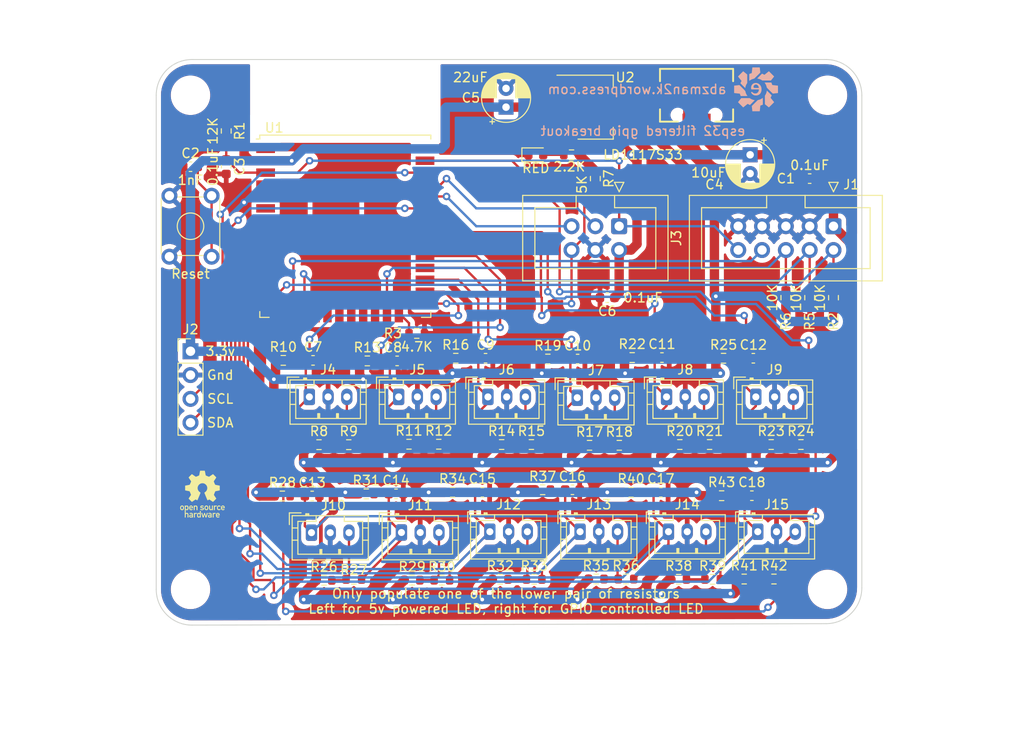
<source format=kicad_pcb>
(kicad_pcb (version 20211014) (generator pcbnew)
  (layers (0 "F.Cu" signal) (31 "B.Cu" signal) (34 "B.Paste" user) (35 "F.Paste" user) (36 "B.SilkS" user "B.Silkscreen") (37 "F.SilkS" user "F.Silkscreen") (38 "B.Mask" user) (39 "F.Mask" user) (44 "Edge.Cuts" user))
  (net 0 "")
  (net 1 "+5V")
  (net 2 "GND")
  (net 3 "/ESP_EN")
  (net 4 "+3V3")
  (net 5 "/ESP_IO4")
  (net 6 "/ESP_IO5")
  (net 7 "/ESP_IO16")
  (net 8 "/ESP_IO17")
  (net 9 "/ESP_IO18")
  (net 10 "/ESP_IO19")
  (net 11 "/ESP_IO23")
  (net 12 "/ESP_IO25")
  (net 13 "/ESP_IO26")
  (net 14 "/ESP_IO27")
  (net 15 "/ESP_IO32")
  (net 16 "/ESP_IO33")
  (net 17 "Net-(D1-Pad2)")
  (net 18 "/ESP_IO14")
  (net 19 "/ESP_IO13")
  (net 20 "/ESP_IO15")
  (net 21 "/ESP_IO12")
  (net 22 "/ESP_IO22")
  (net 23 "/ESP_IO21")
  (net 24 "/ESP_IO1")
  (net 25 "/ESP_IO3")
  (net 26 "/ESP_IO0")
  (net 27 "Net-(J4-Pad3)")
  (net 28 "Net-(J5-Pad3)")
  (net 29 "Net-(J6-Pad3)")
  (net 30 "Net-(J7-Pad3)")
  (net 31 "Net-(J8-Pad3)")
  (net 32 "Net-(J9-Pad3)")
  (net 33 "Net-(J10-Pad3)")
  (net 34 "Net-(J11-Pad3)")
  (net 35 "Net-(J12-Pad3)")
  (net 36 "Net-(J13-Pad3)")
  (net 37 "Net-(J14-Pad3)")
  (net 38 "Net-(J15-Pad3)")
  (net 39 "/ESP_IO2")
  (net 40 "/ESP_IO36")
  (net 41 "/ESP_IO39")
  (net 42 "/ESP_IO34")
  (net 43 "/ESP_IO35")
  (footprint "MountingHole:MountingHole_3.2mm_M3" (layer "F.Cu") (at 2.54 0)
    (fp_text reference "REF**" hide)
    (fp_text value "MountingHole_3.2mm_M3")
  )
  (footprint "Capacitor_THT:CP_Radial_D5.0mm_P2.00mm" (layer "F.Cu") (at 62.23 6.35 -90)
    (fp_text reference "C4")
    (fp_text value "10uF")
  )
  (footprint "Evan's misc parts:OSHW gear" (layer "F.Cu") (at 3.81 42.545)
    (fp_text reference "G***" hide)
    (fp_text value "LOGO" hide)
  )
  (footprint "Capacitor_SMD:C_0603_1608Metric" (layer "F.Cu") (at 46.99 21.59 180)
    (fp_text reference "C6")
    (fp_text value "0.1uF")
  )
  (footprint "Resistor_SMD:R_0603_1608Metric" (layer "F.Cu") (at 19.959 51.632)
    (fp_text reference "R27")
    (fp_text value "Rgpio")
  )
  (footprint "Capacitor_SMD:C_0603_1608Metric" (layer "F.Cu") (at 52.705 42.356)
    (fp_text reference "C17")
    (fp_text value "Cfilter")
  )
  (footprint "Resistor_SMD:R_0603_1608Metric" (layer "F.Cu") (at 49.53 42.356)
    (fp_text reference "R40")
    (fp_text value "Rfilter")
  )
  (footprint "Resistor_SMD:R_0603_1608Metric" (layer "F.Cu") (at 67.65 37.253)
    (fp_text reference "R24")
    (fp_text value "Rgpio")
  )
  (footprint "Connector_JST:JST_PH_B3B-PH-K_1x03_P2.00mm_Vertical" (layer "F.Cu") (at 34.264 32.173)
    (fp_text reference "J6")
    (fp_text value "Conn_01x03")
  )
  (footprint "Resistor_SMD:R_0603_1608Metric" (layer "F.Cu") (at 29.02 37.222)
    (fp_text reference "R12")
    (fp_text value "Rgpio")
  )
  (footprint "Resistor_SMD:R_0603_1608Metric" (layer "F.Cu") (at 39.195 51.632)
    (fp_text reference "R33")
    (fp_text value "Rgpio")
  )
  (footprint "Capacitor_SMD:C_0603_1608Metric" (layer "F.Cu") (at 43.83 28.137)
    (fp_text reference "C10")
    (fp_text value "Cfilter")
  )
  (footprint "Resistor_SMD:R_0603_1608Metric" (layer "F.Cu") (at 21.285 42.516)
    (fp_text reference "R31")
    (fp_text value "Rfilter")
  )
  (footprint "Resistor_SMD:R_0603_1608Metric" (layer "F.Cu") (at 49.65 27.977)
    (fp_text reference "R22")
    (fp_text value "Rfilter")
  )
  (footprint "Button_Switch_THT:SW_TH_Tactile_Omron_B3F-10xx" (layer "F.Cu") (at 0.29 17.22 90)
    (fp_text reference "SW1" hide)
    (fp_text value "SW_MEC_5E")
  )
  (footprint "Connector_PinHeader_2.54mm:PinHeader_1x04_P2.54mm_Vertical" (layer "F.Cu") (at 2.54 27.305)
    (fp_text reference "J2")
    (fp_text value "bme280")
  )
  (footprint "Resistor_SMD:R_0603_1608Metric" (layer "F.Cu") (at 57.905 37.253)
    (fp_text reference "R21")
    (fp_text value "Rgpio")
  )
  (footprint "Resistor_SMD:R_0603_1608Metric" (layer "F.Cu") (at 25.845 37.222)
    (fp_text reference "R11")
    (fp_text value "R5v")
  )
  (footprint "Resistor_SMD:R_0603_1608Metric" (layer "F.Cu") (at 30.835 28.052)
    (fp_text reference "R16")
    (fp_text value "Rfilter")
  )
  (footprint "Resistor_SMD:R_0603_1608Metric" (layer "F.Cu") (at 71.12 21.59 -90)
    (fp_text reference "R2")
    (fp_text value "10K")
  )
  (footprint "Capacitor_SMD:C_0603_1608Metric" (layer "F.Cu") (at 24.46 42.516)
    (fp_text reference "C14")
    (fp_text value "Cfilter")
  )
  (footprint "Capacitor_SMD:C_0603_1608Metric" (layer "F.Cu") (at 2.54 7.62)
    (fp_text reference "C2")
    (fp_text value "1nF")
  )
  (footprint "Resistor_SMD:R_0603_1608Metric" (layer "F.Cu") (at 29.35 51.717)
    (fp_text reference "R30")
    (fp_text value "Rgpio")
  )
  (footprint "Resistor_SMD:R_0603_1608Metric" (layer "F.Cu") (at 21.4 28.332)
    (fp_text reference "R13")
    (fp_text value "Rfilter")
  )
  (footprint "LED_SMD:LED_0603_1608Metric" (layer "F.Cu") (at 39.37 6.35)
    (fp_text reference "D1" hide)
    (fp_text value "RED")
  )
  (footprint "Resistor_SMD:R_0603_1608Metric" (layer "F.Cu") (at 16.784 51.733)
    (fp_text reference "R26")
    (fp_text value "R5v")
  )
  (footprint "Resistor_SMD:R_0603_1608Metric" (layer "F.Cu") (at 45.1 37.338)
    (fp_text reference "R17")
    (fp_text value "R5v")
  )
  (footprint "Connector_JST:JST_PH_B3B-PH-K_1x03_P2.00mm_Vertical" (layer "F.Cu") (at 44.089 46.552)
    (fp_text reference "J13")
    (fp_text value "Conn_01x03")
  )
  (footprint "Resistor_SMD:R_0603_1608Metric" (layer "F.Cu") (at 35.575 51.632)
    (fp_text reference "R32")
    (fp_text value "R5v")
  )
  (footprint "Connector_JST:JST_PH_B3B-PH-K_1x03_P2.00mm_Vertical" (layer "F.Cu") (at 15.214 32.173)
    (fp_text reference "J4")
    (fp_text value "Conn_01x03")
  )
  (footprint "Capacitor_SMD:C_0603_1608Metric" (layer "F.Cu") (at 62.57 28.052)
    (fp_text reference "C12")
    (fp_text value "Cfilter")
  )
  (footprint "Resistor_SMD:R_0603_1608Metric" (layer "F.Cu") (at 54.73 37.253)
    (fp_text reference "R20")
    (fp_text value "R5v")
  )
  (footprint "Connector_JST:JST_PH_B3B-PH-K_1x03_P2.00mm_Vertical" (layer "F.Cu") (at 53.314 32.173)
    (fp_text reference "J8")
    (fp_text value "Conn_01x03")
  )
  (footprint "Resistor_SMD:R_0603_1608Metric" (layer "F.Cu") (at 64.77 51.601)
    (fp_text reference "R42")
    (fp_text value "Rgpio")
  )
  (footprint "Connector_JST:JST_PH_B3B-PH-K_1x03_P2.00mm_Vertical" (layer "F.Cu") (at 15.443 46.653)
    (fp_text reference "J10")
    (fp_text value "Conn_01x03")
  )
  (footprint "Resistor_SMD:R_0603_1608Metric" (layer "F.Cu") (at 54.61 51.632)
    (fp_text reference "R38")
    (fp_text value "R5v")
  )
  (footprint "Capacitor_SMD:C_0603_1608Metric" (layer "F.Cu") (at 15.61 28.278)
    (fp_text reference "C7")
    (fp_text value "Cfilter")
  )
  (footprint "Capacitor_THT:CP_Radial_D5.0mm_P2.00mm" (layer "F.Cu") (at 36.195 1.27 90)
    (fp_text reference "C5")
    (fp_text value "22uF")
  )
  (footprint "Package_TO_SOT_SMD:SOT-223-3_TabPin2" (layer "F.Cu") (at 45.72 1.27)
    (fp_text reference "U2")
    (fp_text value "LD1117S33TR_SOT223")
  )
  (footprint "Resistor_SMD:R_0603_1608Metric" (layer "F.Cu") (at 26.67 25.4)
    (fp_text reference "R3")
    (fp_text value "4.7K")
  )
  (footprint "Resistor_SMD:R_0603_1608Metric" (layer "F.Cu") (at 40.655 28.137)
    (fp_text reference "R19")
    (fp_text value "Rfilter")
  )
  (footprint "Resistor_SMD:R_0603_1608Metric" (layer "F.Cu") (at 58.23 51.632)
    (fp_text reference "R39")
    (fp_text value "Rgpio")
  )
  (footprint "Resistor_SMD:R_0603_1608Metric" (layer "F.Cu") (at 35.725 37.253)
    (fp_text reference "R14")
    (fp_text value "R5v")
  )
  (footprint "Capacitor_SMD:C_0603_1608Metric" (layer "F.Cu") (at 43.275 42.076)
    (fp_text reference "C16")
    (fp_text value "Cfilter")
  )
  (footprint "Connector_JST:JST_PH_B3B-PH-K_1x03_P2.00mm_Vertical" (layer "F.Cu") (at 63.044 46.552)
    (fp_text reference "J15")
    (fp_text value "Conn_01x03")
  )
  (footprint "Resistor_SMD:R_0603_1608Metric" (layer "F.Cu") (at 30.495 42.356)
    (fp_text reference "R34")
    (fp_text value "Rfilter")
  )
  (footprint "Capacitor_SMD:C_0603_1608Metric" (layer "F.Cu") (at 15.514 42.742)
    (fp_text reference "C13")
    (fp_text value "Cfilter")
  )
  (footprint "Resistor_SMD:R_0603_1608Metric" (layer "F.Cu") (at 59.395 28.052)
    (fp_text reference "R25")
    (fp_text value "Rfilter")
  )
  (footprint "Resistor_SMD:R_0603_1608Metric" (layer "F.Cu") (at 61.595 51.601)
    (fp_text reference "R41")
    (fp_text value "R5v")
  )
  (footprint "Resistor_SMD:R_0603_1608Metric" (layer "F.Cu") (at 66.04 21.59 -90)
    (fp_text reference "R6")
    (fp_text value "10K")
  )
  (footprint "Resistor_SMD:R_0603_1608Metric" (layer "F.Cu") (at 38.9 37.253)
    (fp_text reference "R15")
    (fp_text value "Rgpio")
  )
  (footprint "Capacitor_SMD:C_0603_1608Metric" (layer "F.Cu") (at 34.01 28.052)
    (fp_text reference "C9")
    (fp_text value "Cfilter")
  )
  (footprint "MountingHole:MountingHole_3.2mm_M3" (layer "F.Cu") (at 70.485 0)
    (fp_text reference "REF**" hide)
    (fp_text value "MountingHole_3.2mm_M3")
  )
  (footprint "Resistor_SMD:R_0603_1608Metric" (layer "F.Cu") (at 45.815 51.601)
    (fp_text reference "R35")
    (fp_text value "R5v")
  )
  (footprint "RF_Module:ESP32-WROOM-32U" (layer "F.Cu") (at 19.05 13.97)
    (fp_text reference "U1")
    (fp_text value "ESP32-WROOM-32U")
  )
  (footprint "Resistor_SMD:R_0603_1608Metric" (layer "F.Cu") (at 12.339 42.742)
    (fp_text reference "R28")
    (fp_text value "Rfilter")
  )
  (footprint "Resistor_SMD:R_0603_1608Metric" (layer "F.Cu") (at 16.245 37.269)
    (fp_text reference "R8")
    (fp_text value "R5v")
  )
  (footprint "Capacitor_SMD:C_0603_1608Metric" (layer "F.Cu") (at 24.575 28.332)
    (fp_text reference "C8")
    (fp_text value "Cfilter")
  )
  (footprint "Capacitor_SMD:C_0603_1608Metric" (layer "F.Cu") (at 62.415 42.711)
    (fp_text reference "C18")
    (fp_text value "Cfilter")
  )
  (footprint "Resistor_SMD:R_0603_1608Metric" (layer "F.Cu") (at 48.99 51.601)
    (fp_text reference "R36")
    (fp_text value "Rgpio")
  )
  (footprint "Connector_JST:JST_PH_B3B-PH-K_1x03_P2.00mm_Vertical" (layer "F.Cu") (at 53.519 46.552)
    (fp_text reference "J14")
    (fp_text value "Conn_01x03")
  )
  (footprint "MountingHole:MountingHole_3.2mm_M3" (layer "F.Cu") (at 70.485 52.705)
    (fp_text reference "REF**" hide)
    (fp_text value "MountingHole_3.2mm_M3")
  )
  (footprint "Connector_JST:JST_PH_B3B-PH-K_1x03_P2.00mm_Vertical" (layer "F.Cu") (at 24.739 32.173)
    (fp_text reference "J5")
    (fp_text value "Conn_01x03")
  )
  (footprint "Resistor_SMD:R_0603_1608Metric" (layer "F.Cu") (at 19.42 37.269)
    (fp_text reference "R9")
    (fp_text value "Rgpio")
  )
  (footprint "Connector_JST:JST_PH_B3B-PH-K_1x03_P2.00mm_Vertical" (layer "F.Cu") (at 25.039 46.637)
    (fp_text reference "J11")
    (fp_text value "Conn_01x03")
  )
  (footprint "Resistor_SMD:R_0603_1608Metric" (layer "F.Cu") (at 59.19 42.711)
    (fp_text reference "R43")
    (fp_text value "Rfilter")
  )
  (footprint "Connector_IDC:IDC-Header_2x03_P2.54mm_Vertical" (layer "F.Cu") (at 48.26 13.97 -90)
    (fp_text reference "J3")
    (fp_text value "Conn_02x03_Odd_Even")
  )
  (footprint "Resistor_SMD:R_0603_1608Metric" (layer "F.Cu") (at 43.18 6.35 180)
    (fp_text reference "R4" hide)
    (fp_text value "2.2K")
  )
  (footprint "Resistor_SMD:R_0603_1608Metric" (layer "F.Cu") (at 45.72 8.89 -90)
    (fp_text reference "R7")
    (fp_text value "5K")
  )
  (footprint "Connector_IDC:IDC-Header_2x05_P2.54mm_Vertical" (layer "F.Cu") (at 71.12 13.97 -90)
    (fp_text reference "J1")
    (fp_text value "Conn_02x05_Odd_Even")
  )
  (footprint "Resistor_SMD:R_0603_1608Metric" (layer "F.Cu") (at 48.275 37.338)
    (fp_text reference "R18")
    (fp_text value "Rgpio")
  )
  (footprint "Capacitor_SMD:C_0603_1608Metric" (layer "F.Cu") (at 33.67 42.356)
    (fp_text reference "C15")
    (fp_text value "Cfilter")
  )
  (footprint "MountingHole:MountingHole_3.2mm_M3" (layer "F.Cu") (at 2.54 52.705)
    (fp_text reference "REF**" hide)
    (fp_text value "MountingHole_3.2mm_M3")
  )
  (footprint "Resistor_SMD:R_0603_1608Metric" (layer "F.Cu") (at 6.35 3.81 -90)
    (fp_text reference "R1")
    (fp_text value "12K")
  )
  (footprint "Capacitor_SMD:C_0603_1608Metric" (layer "F.Cu") (at 52.825 27.977)
    (fp_text reference "C11")
    (fp_text value "Cfilter")
  )
  (footprint "Connector_JST:JST_PH_B3B-PH-K_1x03_P2.00mm_Vertical" (layer "F.Cu") (at 43.789 32.258)
    (fp_text reference "J7")
    (fp_text value "Conn_01x03")
  )
  (footprint "Connector_JST:JST_PH_B3B-PH-K_1x03_P2.00mm_Vertical" (layer "F.Cu") (at 34.469 46.552)
    (fp_text reference "J12")
    (fp_text value "Conn_01x03")
  )
  (footprint "Resistor_SMD:R_0603_1608Metric" (layer "F.Cu") (at 40.1 42.076)
    (fp_text reference "R37")
    (fp_text value "Rfilter")
  )
  (footprint "Connector_JST:JST_PH_B3B-PH-K_1x03_P2.00mm_Vertical" (layer "F.Cu") (at 62.839 32.173)
    (fp_text reference "J9")
    (fp_text value "Conn_01x03")
  )
  (footprint "Resistor_SMD:R_0603_1608Metric" (layer "F.Cu") (at 12.435 28.278)
    (fp_text reference "R10")
    (fp_text value "Rfilter")
  )
  (footprint "Resistor_SMD:R_0603_1608Metric" (layer "F.Cu") (at 26.175 51.717)
    (fp_text reference "R29")
    (fp_text value "R5v")
  )
  (footprint "Evan's misc parts:UJ2MIBHGSMTTR" (layer "F.Cu") (at 56.515 0 180)
    (fp_text reference "J16" hide)
    (fp_text value "UJ2-MIBH-G-SMT-TR" hide)
  )
  (footprint "Capacitor_SMD:C_0603_1608Metric" (layer "F.Cu") (at 6.35 7.62 -90)
    (fp_text reference "C3")
    (fp_text value "0.1uF")
  )
  (footprint "Capacitor_SMD:C_0603_1608Metric" (layer "F.Cu") (at 68.58 8.89 180)
    (fp_text reference "C1")
    (fp_text value "0.1uF")
  )
  (footprint "Resistor_SMD:R_0603_1608Metric" (layer "F.Cu") (at 68.58 21.59 -90)
    (fp_text reference "R5")
    (fp_text value "10K")
  )
  (footprint "Resistor_SMD:R_0603_1608Metric" (layer "F.Cu") (at 64.475 37.253)
    (fp_text reference "R23")
    (fp_text value "R5v")
  )
  (footprint "Evan's misc parts:Evan Logo" (layer "B.Cu") (at 62.865 -0.635 180)
    (fp_text reference "G***" hide)
    (fp_text value "LOGO" hide)
  )
  (gr_arc (start 70.330923 -3.81) (mid 73.025 -2.694077) (end 74.140923 0) (layer "Edge.Cuts") (width 0.1))
  (gr_arc (start -1.115923 0) (mid 0 -2.694077) (end 2.694077 -3.81) (layer "Edge.Cuts") (width 0.1))
  (gr_line (start 70.330923 56.360923) (end 2.694077 56.515) (layer "Edge.Cuts") (width 0.1))
  (gr_arc (start 74.140923 52.550923) (mid 73.025 55.245) (end 70.330923 56.360923) (layer "Edge.Cuts") (width 0.1))
  (gr_line (start -1.115923 52.705) (end -1.115923 0) (layer "Edge.Cuts") (width 0.1))
  (gr_line (start 2.694077 -3.81) (end 70.330923 -3.81) (layer "Edge.Cuts") (width 0.1))
  (gr_line (start 74.140923 52.550923) (end 74.140923 0) (layer "Edge.Cuts") (width 0.1))
  (gr_arc (start 2.694077 56.515) (mid 0 55.399077) (end -1.115923 52.705) (layer "Edge.Cuts") (width 0.1))
  (gr_text "abzman2k.wordpress.com" (at 50.165 -0.635) (layer "B.SilkS") (effects (font (size 1 1)) (justify mirror)))
  (gr_text "esp32 filtered gpio breakout" (at 50.8 3.81) (layer "B.SilkS") (effects (font (size 1 1)) (justify mirror)))
  (gr_text "Reset" (at 2.54 19.05) (layer "F.SilkS") (effects (font (size 1 1))))
  (gr_text "SCL" (at 5.715 32.385) (layer "F.SilkS") (effects (font (size 1 1))))
  (gr_text "Gnd" (at 5.715 29.845) (layer "F.SilkS") (effects (font (size 1 1))))
  (gr_text "LD1117S33" (at 50.8 6.35) (layer "F.SilkS") (effects (font (size 1 1))))
  (gr_text "Only populate one of the lower pair of resistors\nLeft for 5v powered LED, right for GPIO controlled LED" (at 36.195 53.975) (layer "F.SilkS") (effects (font (size 1 1))))
  (gr_text "SDA" (at 5.715 34.925) (layer "F.SilkS") (effects (font (size 1 1))))
  (gr_text "3.3v" (at 5.715 27.305) (layer "F.SilkS") (effects (font (size 1 1))))
  (segment (start 60.136 53.151) (end 60.514 53.151) (width 1) (layer "F.Cu") (net 1))
  (segment (start 50.165 15.875) (end 49.53 16.51) (width 1) (layer "F.Cu") (net 1))
  (segment (start 71.12 10.16) (end 69.85 8.89) (width 1) (layer "F.Cu") (net 1))
  (segment (start 46.75 3.57) (end 42.57 3.57) (width 1) (layer "F.Cu") (net 1))
  (segment (start 53.785 51.632) (end 53.589 51.632) (width 1) (layer "F.Cu") (net 1))
  (segment (start 25.35 51.717) (end 24.13 52.937) (width 1) (layer "F.Cu") (net 1))
  (segment (start 16.51 48.706) (end 16.51 49.341) (width 0.4) (layer "F.Cu") (net 1))
  (segment (start 15.959 51.733) (end 15.959 49.892) (width 1) (layer "F.Cu") (net 1))
  (segment (start 50.165 6.985) (end 50.165 15.875) (width 1) (layer "F.Cu") (net 1))
  (segment (start 43.815 52.776) (end 43.815 53.786) (width 1) (layer "F.Cu") (net 1))
  (segment (start 48.26 21.095) (end 47.765 21.59) (width 1) (layer "F.Cu") (net 1))
  (segment (start 69.355 8.89) (end 69.355 8.657532) (width 1) (layer "F.Cu") (net 1))
  (segment (start 60.77 52.895) (end 60.77 51.601) (width 1) (layer "F.Cu") (net 1))
  (segment (start 17.78 42.356) (end 17.78 44.261) (width 1) (layer "F.Cu") (net 1))
  (segment (start 69.85 8.89) (end 69.355 8.89) (width 1) (layer "F.Cu") (net 1))
  (segment (start 14.605 39.181) (end 17.78 42.356) (width 1) (layer "F.Cu") (net 1))
  (segment (start 25.02 37.222) (end 24.13 38.112) (width 1) (layer "F.Cu") (net 1))
  (segment (start 53.589 51.632) (end 52.705 52.516) (width 1) (layer "F.Cu") (net 1))
  (segment (start 71.12 13.97) (end 73.025 15.875) (width 1) (layer "F.Cu") (net 1))
  (segment (start 44.275 37.338) (end 43.18 38.433) (width 1) (layer "F.Cu") (net 1))
  (segment (start 67.047468 6.35) (end 64.135 6.35) (width 1) (layer "F.Cu") (net 1))
  (segment (start 17.78 44.261) (end 16.44348 45.59752) (width 0.4) (layer "F.Cu") (net 1))
  (segment (start 34.75 51.632) (end 33.655 52.727) (width 1) (layer "F.Cu") (net 1))
  (segment (start 63.65 37.253) (end 62.865 38.038) (width 1) (layer "F.Cu") (net 1))
  (segment (start 62.23 6.35) (end 59.055 6.35) (width 1) (layer "F.Cu") (net 1))
  (segment (start 43.18 38.433) (end 43.18 39.181) (width 1) (layer "F.Cu") (net 1))
  (segment (start 24.13 52.937) (end 24.13 53.786) (width 1) (layer "F.Cu") (net 1))
  (segment (start 57.785 5.08) (end 57.785 4.014511) (width 1) (layer "F.Cu") (net 1))
  (segment (start 60.514 53.151) (end 60.77 52.895) (width 1) (layer "F.Cu") (net 1))
  (segment (start 53.905 37.253) (end 52.705 38.453) (width 1) (layer "F.Cu") (net 1))
  (segment (start 57.815 3.984511) (end 57.785 4.014511) (width 0.25) (layer "F.Cu") (net 1))
  (segment (start 69.355 8.657532) (end 67.047468 6.35) (width 1) (layer "F.Cu") (net 1))
  (segment (start 34.9 37.253) (end 33.655 38.498) (width 1) (layer "F.Cu") (net 1))
  (segment (start 73.025 36.641) (end 70.485 39.181) (width 1) (layer "F.Cu") (net 1))
  (segment (start 15.959 49.892) (end 16.51 49.341) (width 1) (layer "F.Cu") (net 1))
  (segment (start 73.025 15.875) (end 73.025 36.641) (width 1) (layer "F.Cu") (net 1))
  (segment (start 57.815 2.64) (end 57.815 3.984511) (width 0.25) (layer "F.Cu") (net 1))
  (segment (start 15.42 37.269) (end 14.605 38.084) (width 1) (layer "F.Cu") (net 1))
  (segment (start 62.865 38.038) (end 62.865 39.181) (width 1) (layer "F.Cu") (net 1))
  (segment (start 24.13 38.112) (end 24.13 39.181) (width 1) (layer "F.Cu") (net 1))
  (segment (start 44.99 51.601) (end 43.815 52.776) (width 1) (layer "F.Cu") (net 1))
  (segment (start 71.12 13.97) (end 71.12 10.16) (width 1) (layer "F.Cu") (net 1))
  (segment (start 49.53 16.51) (end 48.26 16.51) (width 1) (layer "F.Cu") (net 1))
  (segment (start 33.655 38.498) (end 33.655 39.181) (width 1) (layer "F.Cu") (net 1))
  (segment (start 14.605 38.084) (end 14.605 39.181) (width 1) (layer "F.Cu") (net 1))
  (segment (start 64.135 6.35) (end 62.23 6.35) (width 1) (layer "F.Cu") (net 1))
  (segment (start 16.44348 48.63948) (end 16.51 48.706) (width 0.4) (layer "F.Cu") (net 1))
  (segment (start 49.53 6.35) (end 50.165 6.985) (width 1) (layer "F.Cu") (net 1))
  (segment (start 52.705 38.453) (end 52.705 39.181) (width 1) (layer "F.Cu") (net 1))
  (segment (start 48.26 16.51) (end 48.26 21.095) (width 1) (layer "F.Cu") (net 1))
  (segment (start 14.605 53.087) (end 14.605 53.786) (width 1) (layer "F.Cu") (net 1))
  (segment (start 49.53 6.35) (end 46.75 3.57) (width 1) (layer "F.Cu") (net 1))
  (segment (start 59.055 6.35) (end 57.785 5.08) (width 1) (layer "F.Cu") (net 1))
  (segment (start 15.959 51.733) (end 14.605 53.087) (width 1) (layer "F.Cu") (net 1))
  (segment (start 16.44348 45.59752) (end 16.44348 48.63948) (width 0.4) (layer "F.Cu") (net 1))
  (segment (start 33.655 52.727) (end 33.655 53.786) (width 1) (layer "F.Cu") (net 1))
  (segment (start 52.705 52.516) (end 52.705 53.151) (width 1) (layer "F.Cu") (net 1))
  (via (at 33.655 53.786) (size 0.8) (drill 0.4) (layers "F.Cu" "B.Cu") (net 1))
  (via (at 52.705 53.151) (size 0.8) (drill 0.4) (layers "F.Cu" "B.Cu") (net 1))
  (via (at 14.605 39.181) (size 0.8) (drill 0.4) (layers "F.Cu" "B.Cu") (net 1))
  (via (at 43.815 53.786) (size 0.8) (drill 0.4) (layers "F.Cu" "B.Cu") (net 1))
  (via (at 24.13 53.786) (size 0.8) (drill 0.4) (layers "F.Cu" "B.Cu") (net 1))
  (via (at 33.655 39.181) (size 0.8) (drill 0.4) (layers "F.Cu" "B.Cu") (net 1))
  (via (at 24.13 39.181) (size 0.8) (drill 0.4) (layers "F.Cu" "B.Cu") (net 1))
  (via (at 60.136 53.151) (size 0.8) (drill 0.4) (layers "F.Cu" "B.Cu") (net 1))
  (via (at 52.705 39.181) (size 0.8) (drill 0.4) (layers "F.Cu" "B.Cu") (net 1))
  (via (at 70.485 39.181) (size 0.8) (drill 0.4) (layers "F.Cu" "B.Cu") (net 1))
  (via (at 14.605 53.786) (size 0.8) (drill 0.4) (layers "F.Cu" "B.Cu") (net 1))
  (via (at 62.865 39.181) (size 0.8) (drill 0.4) (layers "F.Cu" "B.Cu") (net 1))
  (via (at 49.53 6.35) (size 0.8) (drill 0.4) (layers "F.Cu" "B.Cu") (net 1))
  (via (at 43.18 39.181) (size 0.8) (drill 0.4) (layers "F.Cu" "B.Cu") (net 1))
  (segment (start 44.45 53.151) (end 43.815 53.786) (width 1) (layer "B.Cu") (net 1))
  (segment (start 52.705 39.181) (end 62.865 39.181) (width 1) (layer "B.Cu") (net 1))
  (segment (start 33.655 53.786) (end 24.13 53.786) (width 1) (layer "B.Cu") (net 1))
  (segment (start 52.705 53.151) (end 60.136 53.151) (width 1) (layer "B.Cu") (net 1))
  (segment (start 14.605 39.181) (end 24.13 39.181) (width 1) (layer "B.Cu") (net 1))
  (segment (start 24.13 39.181) (end 33.655 39.181) (width 1) (layer "B.Cu") (net 1))
  (segment (start 24.13 53.786) (end 14.605 53.786) (width 1) (layer "B.Cu") (net 1))
  (segment (start 43.18 39.181) (end 52.705 39.181) (width 1) (layer "B.Cu") (net 1))
  (segment (start 43.815 53.786) (end 33.655 53.786) (width 1) (layer "B.Cu") (net 1))
  (segment (start 49.53 6.35) (end 62.23 6.35) (width 1) (layer "B.Cu") (net 1))
  (segment (start 33.655 39.181) (end 43.18 39.181) (width 1) (layer "B.Cu") (net 1))
  (segment (start 52.705 53.151) (end 44.45 53.151) (width 1) (layer "B.Cu") (net 1))
  (segment (start 70.485 39.181) (end 62.865 39.181) (width 1) (layer "B.Cu") (net 1))
  (segment (start 55.215 0.065) (end 55.315 -0.035) (width 0.25) (layer "F.Cu") (net 2))
  (segment (start 55.215 2.64) (end 55.215 0.065) (width 0.25) (layer "F.Cu") (net 2))
  (segment (start 16.289 42.742) (end 16.261 42.742) (width 0.25) (layer "F.Cu") (net 2))
  (segment (start 16.261 42.742) (end 14.605 41.086) (width 0.25) (layer "F.Cu") (net 2))
  (via (at 8.255 11.43) (size 0.8) (drill 0.4) (layers "F.Cu" "B.Cu") (net 2))
  (via (at 14.605 41.086) (size 0.8) (drill 0.4) (layers "F.Cu" "B.Cu") (net 2))
  (segment (start 6.35 6.845) (end 4.09 6.845) (width 0.25) (layer "F.Cu") (net 3))
  (segment (start 4.09 6.845) (end 3.315 7.62) (width 0.25) (layer "F.Cu") (net 3))
  (segment (start 4.79 10.72) (end 4.79 17.22) (width 0.25) (layer "F.Cu") (net 3))
  (segment (start 10.55 8.255) (end 13.97 8.255) (width 0.25) (layer "F.Cu") (net 3))
  (segment (start 6.35 6.845) (end 6.35 4.635) (width 0.25) (layer "F.Cu") (net 3))
  (segment (start 13.97 8.255) (end 15.24 6.985) (width 0.25) (layer "F.Cu") (net 3))
  (segment (start 48.26 6.985) (end 48.26 13.97) (width 0.25) (layer "F.Cu") (net 3))
  (segment (start 10.55 8.255) (end 7.76 8.255) (width 0.25) (layer "F.Cu") (net 3))
  (segment (start 3.315 9.245) (end 4.79 10.72) (width 0.25) (layer "F.Cu") (net 3))
  (segment (start 3.315 7.62) (end 3.315 9.245) (width 0.25) (layer "F.Cu") (net 3))
  (segment (start 7.76 8.255) (end 6.35 6.845) (width 0.25) (layer "F.Cu") (net 3))
  (via (at 48.26 6.985) (size 0.8) (drill 0.4) (layers "F.Cu" "B.Cu") (net 3))
  (via (at 15.24 6.985) (size 0.8) (drill 0.4) (layers "F.Cu" "B.Cu") (net 3))
  (segment (start 15.24 6.985) (end 48.26 6.985) (width 0.25) (layer "B.Cu") (net 3))
  (segment (start 48.26 13.97) (end 58.42 13.97) (width 0.25) (layer "B.Cu") (net 3))
  (segment (start 58.42 13.97) (end 60.96 16.51) (width 0.25) (layer "B.Cu") (net 3))
  (segment (start 19.21 42.516) (end 19.05 42.356) (width 1) (layer "F.Cu") (net 4))
  (segment (start 58.57 28.052) (end 58.57 29.171) (width 1) (layer "F.Cu") (net 4))
  (segment (start 42.771624 5.019511) (end 41.214511 5.019511) (width 1) (layer "F.Cu") (net 4))
  (segment (start 20.575 28.332) (end 20.575 29.911) (width 1) (layer "F.Cu") (net 4))
  (segment (start 8.89 6.985) (end 8.255 6.35) (width 1) (layer "F.Cu") (net 4))
  (segment (start 58.42 21.29) (end 58.42 10.795) (width 1) (layer "F.Cu") (net 4))
  (segment (start 20.575 29.911) (end 20.955 30.291) (width 1) (layer "F.Cu") (net 4))
  (segment (start 58.42 10.795) (end 48.895 1.27) (width 1) (layer "F.Cu") (net 4))
  (segment (start 11.43 40.451) (end 9.525 42.356) (width 1) (layer "F.Cu") (net 4))
  (segment (start 42.57 1.27) (end 48.87 1.27) (width 1) (layer "F.Cu") (net 4))
  (segment (start 20.46 42.516) (end 19.21 42.516) (width 1) (layer "F.Cu") (net 4))
  (segment (start 29.67 42.356) (end 27.94 42.356) (width 1) (layer "F.Cu") (net 4))
  (segment (start 58.365 42.711) (end 56.87 42.711) (width 1) (layer "F.Cu") (net 4))
  (segment (start 48.705 42.356) (end 46.99 42.356) (width 1) (layer "F.Cu") (net 4))
  (segment (start 71.12 22.415) (end 71.12 24.13) (width 1) (layer "F.Cu") (net 4))
  (segment (start 8.065 2.985) (end 6.35 2.985) (width 1) (layer "F.Cu") (net 4))
  (segment (start 40.64 4.445) (end 40.64 1.27) (width 1) (layer "F.Cu") (net 4))
  (segment (start 11.43 30.291) (end 11.43 40.451) (width 1) (layer "F.Cu") (net 4))
  (segment (start 30.01 28.052) (end 30.01 29.186) (width 1) (layer "F.Cu") (net 4))
  (segment (start 39.83 28.137) (end 39.83 29.481) (width 1) (layer "F.Cu") (net 4))
  (segment (start 39.275 42.076) (end 37.745 42.076) (width 1) (layer "F.Cu") (net 4))
  (segment (start 36.195 1.27) (end 40.64 1.27) (width 1) (layer "F.Cu") (net 4))
  (segment (start 44.005 6.252887) (end 42.771624 5.019511) (width 1) (layer "F.Cu") (net 4))
  (segment (start 56.87 42.711) (end 56.515 42.356) (width 1) (layer "F.Cu") (net 4))
  (segment (start 39.83 29.481) (end 40.005 29.656) (width 1) (layer "F.Cu") (net 4))
  (segment (start 11.514 42.742) (end 9.911 42.742) (width 1) (layer "F.Cu") (net 4))
  (segment (start 8.255 3.175) (end 8.065 2.985) (width 1) (layer "F.Cu") (net 4))
  (segment (start 41.214511 5.019511) (end 40.64 4.445) (width 1) (layer "F.Cu") (net 4))
  (segment (start 37.745 42.076) (end 37.465 42.356) (width 1) (layer "F.Cu") (net 4))
  (segment (start 48.825 29.586) (end 48.895 29.656) (width 1) (layer "F.Cu") (net 4))
  (segment (start 40.64 1.27) (end 42.57 1.27) (width 1) (layer "F.Cu") (net 4))
  (segment (start 10.55 6.985) (end 13.335 6.985) (width 1) (layer "F.Cu") (net 4))
  (segment (start 8.255 6.35) (end 8.255 3.175) (width 1) (layer "F.Cu") (net 4))
  (segment (start 10.55 6.985) (end 8.89 6.985) (width 1) (layer "F.Cu") (net 4))
  (segment (start 58.57 28.052) (end 58.57 21.44) (width 1) (layer "F.Cu") (net 4))
  (segment (start 9.911 42.742) (end 9.525 42.356) (width 1) (layer "F.Cu") (net 4))
  (segment (start 30.01 29.186) (end 30.48 29.656) (width 1) (layer "F.Cu") (net 4))
  (segment (start 66.04 22.415) (end 66.04 24.13) (width 1) (layer "F.Cu") (net 4))
  (segment (start 45.72 8.065) (end 44.005 6.35) (width 1) (layer "F.Cu") (net 4))
  (segment (start 58.57 21.44) (end 58.42 21.29) (width 1) (layer "F.Cu") (net 4))
  (segment (start 48.895 1.27) (end 48.87 1.27) (width 1) (layer "F.Cu") (net 4))
  (segment (start 11.61 28.278) (end 11.61 30.111) (width 1) (layer "F.Cu") (net 4))
  (segment (start 11.61 30.111) (end 11.43 30.291) (width 1) (layer "F.Cu") (net 4))
  (segment (start 44.005 6.35) (end 44.005 6.252887) (width 1) (layer "F.Cu") (net 4))
  (segment (start 48.825 27.977) (end 48.825 29.586) (width 1) (layer "F.Cu") (net 4))
  (segment (start 58.57 29.171) (end 59.055 29.656) (width 1) (layer "F.Cu") (net 4))
  (via (at 66.04 24.13) (size 0.8) (drill 0.4) (layers "F.Cu" "B.Cu") (net 4))
  (via (at 46.99 42.356) (size 0.8) (drill 0.4) (layers "F.Cu" "B.Cu") (net 4))
  (via (at 11.43 30.291) (size 0.8) (drill 0.4) (layers "F.Cu" "B.Cu") (net 4))
  (via (at 40.005 29.656) (size 0.8) (drill 0.4) (layers "F.Cu" "B.Cu") (net 4))
  (via (at 48.895 29.656) (size 0.8) (drill 0.4) (layers "F.Cu" "B.Cu") (net 4))
  (via (at 20.955 30.291) (size 0.8) (drill 0.4) (layers "F.Cu" "B.Cu") (net 4))
  (via (at 27.94 42.356) (size 0.8) (drill 0.4) (layers "F.Cu" "B.Cu") (net 4))
  (via (at 37.465 42.356) (size 0.8) (drill 0.4) (layers "F.Cu" "B.Cu") (net 4))
  (via (at 71.12 24.13) (size 0.8) (drill 0.4) (layers "F.Cu" "B.Cu") (net 4))
  (via (at 58.57 21.44) (size 0.8) (drill 0.4) (layers "F.Cu" "B.Cu") (net 4))
  (via (at 9.525 42.356) (size 0.8) (drill 0.4) (layers "F.Cu" "B.Cu") (net 4))
  (via (at 30.48 29.656) (size 0.8) (drill 0.4) (layers "F.Cu" "B.Cu") (net 4))
  (via (at 56.515 42.356) (size 0.8) (drill 0.4) (layers "F.Cu" "B.Cu") (net 4))
  (via (at 59.055 29.656) (size 0.8) (drill 0.4) (layers "F.Cu" "B.Cu") (net 4))
  (via (at 13.335 6.985) (size 0.8) (drill 0.4) (layers "F.Cu" "B.Cu") (net 4))
  (via (at 19.05 42.356) (size 0.8) (drill 0.4) (layers "F.Cu" "B.Cu") (net 4))
  (segment (start 46.99 42.356) (end 37.465 42.356) (width 1) (layer "B.Cu") (net 4))
  (segment (start 56.515 42.356) (end 46.99 42.356) (width 1) (layer "B.Cu") (net 4))
  (segment (start 2.54 10.16) (end 2.54 27.305) (width 1) (layer "B.Cu") (net 4))
  (segment (start 20.955 30.291) (end 29.845 30.291) (width 1) (layer "B.Cu") (net 4))
  (segment (start 8.444 27.305) (end 11.43 30.291) (width 1) (layer "B.Cu") (net 4))
  (segment (start 29.282136 5.715) (end 14.605 5.715) (width 1) (layer "B.Cu") (net 4))
  (segment (start 48.895 29.656) (end 59.055 29.656) (width 1) (layer "B.Cu") (net 4))
  (segment (start 40.005 29.656) (end 48.895 29.656) (width 1) (layer "B.Cu") (net 4))
  (segment (start 14.605 5.715) (end 13.335 6.985) (width 1) (layer "B.Cu") (net 4))
  (segment (start 27.94 42.356) (end 19.05 42.356) (width 1) (layer "B.Cu") (net 4))
  (segment (start 29.71002 5.287116) (end 29.282136 5.715) (width 1) (layer "B.Cu") (net 4))
  (segment (start 30.48 29.656) (end 40.005 29.656) (width 1) (layer "B.Cu") (net 4))
  (segment (start 29.71002 1.40498) (end 29.71002 5.287116) (width 1) (layer "B.Cu") (net 4))
  (segment (start 71.12 24.13) (end 66.04 24.13) (width 1) (layer "B.Cu") (net 4))
  (segment (start 37.465 42.356) (end 27.94 42.356) (width 1) (layer "B.Cu") (net 4))
  (segment (start 29.845 1.27) (end 29.71002 1.40498) (width 1) (layer "B.Cu") (net 4))
  (segment (start 2.54 27.305) (end 8.444 27.305) (width 1) (layer "B.Cu") (net 4))
  (segment (start 58.57 21.44) (end 63.35 21.44) (width 1) (layer "B.Cu") (net 4))
  (segment (start 63.35 21.44) (end 66.04 24.13) (width 1) (layer "B.Cu") (net 4))
  (segment (start 2.54 8.255) (end 2.54 10.16) (width 1) (layer "B.Cu") (net 4))
  (segment (start 3.81 6.985) (end 2.54 8.255) (width 1) (layer "B.Cu") (net 4))
  (segment (start 11.43 30.291) (end 20.955 30.291) (width 1) (layer "B.Cu") (net 4))
  (segment (start 29.845 30.291) (end 30.48 29.656) (width 1) (layer "B.Cu") (net 4))
  (segment (start 29.845 1.27) (end 36.195 1.27) (width 1) (layer "B.Cu") (net 4))
  (segment (start 13.335 6.985) (end 3.81 6.985) (width 1) (layer "B.Cu") (net 4))
  (segment (start 19.05 42.356) (end 9.525 42.356) (width 1) (layer "B.Cu") (net 4))
  (segment (start 14.835 31.794) (end 15.214 32.173) (width 0.25) (layer "F.Cu") (net 5))
  (segment (start 12.43948 54.79548) (end 12.43948 34.94752) (width 0.25) (layer "F.Cu") (net 5))
  (segment (start 14.835 28.278) (end 14.835 31.794) (width 0.25) (layer "F.Cu") (net 5))
  (segment (start 13.26 28.278) (end 14.835 28.278) (width 0.25) (layer "F.Cu") (net 5))
  (segment (start 31.115 22.470386) (end 31.115 23.495) (width 0.25) (layer "F.Cu") (net 5))
  (segment (start 65.595 51.601) (end 65.595 53.15) (width 0.25) (layer "F.Cu") (net 5))
  (segment (start 65.595 53.15) (end 64.135 54.61) (width 0.25) (layer "F.Cu") (net 5))
  (segment (start 15.24 27.873) (end 14.835 28.278) (width 0.25) (layer "F.Cu") (net 5))
  (segment (start 15.24 26.035) (end 15.24 27.873) (width 0.25) (layer "F.Cu") (net 5))
  (segment (start 12.7 55.056) (end 12.43948 54.79548) (width 0.25) (layer "F.Cu") (net 5))
  (segment (start 27.55 20.955) (end 29.599614 20.955) (width 0.25) (layer "F.Cu") (net 5))
  (segment (start 29.599614 20.955) (end 31.115 22.470386) (width 0.25) (layer "F.Cu") (net 5))
  (segment (start 12.43948 34.94752) (end 15.214 32.173) (width 0.25) (layer "F.Cu") (net 5))
  (via (at 12.7 55.056) (size 0.8) (drill 0.4) (layers "F.Cu" "B.Cu") (net 5))
  (via (at 31.115 23.495) (size 0.8) (drill 0.4) (layers "F.Cu" "B.Cu") (net 5))
  (via (at 64.135 54.61) (size 0.8) (drill 0.4) (layers "F.Cu" "B.Cu") (net 5))
  (via (at 15.24 26.035) (size 0.8) (drill 0.4) (layers "F.Cu" "B.Cu") (net 5))
  (segment (start 64.135 54.61) (end 63.689 55.056) (width 0.25) (layer "B.Cu") (net 5))
  (segment (start 63.689 55.056) (end 12.7 55.056) (width 0.25) (layer "B.Cu") (net 5))
  (segment (start 17.78 23.495) (end 15.24 26.035) (width 0.25) (layer "B.Cu") (net 5))
  (segment (start 31.115 23.495) (end 17.78 23.495) (width 0.25) (layer "B.Cu") (net 5))
  (segment (start 35.56 19.685) (end 35.56 24.765) (width 0.25) (layer "F.Cu") (net 6))
  (segment (start 22.86 26.67) (end 22.86 27.697) (width 0.25) (layer "F.Cu") (net 6))
  (segment (start 23.8 31.234) (end 24.739 32.173) (width 0.25) (layer "F.Cu") (net 6))
  (segment (start 22.225 28.332) (end 23.8 28.332) (width 0.25) (layer "F.Cu") (net 6))
  (segment (start 23.8 28.332) (end 23.8 31.234) (width 0.25) (layer "F.Cu") (net 6))
  (segment (start 20.245 37.269) (end 20.245 36.667) (width 0.25) (layer "F.Cu") (net 6))
  (segment (start 22.86 27.697) (end 22.225 28.332) (width 0.25) (layer "F.Cu") (net 6))
  (segment (start 33.02 17.145) (end 35.56 19.685) (width 0.25) (layer "F.Cu") (net 6))
  (segment (start 20.245 36.667) (end 24.739 32.173) (width 0.25) (layer "F.Cu") (net 6))
  (segment (start 27.55 17.145) (end 33.02 17.145) (width 0.25) (layer "F.Cu") (net 6))
  (via (at 35.56 24.765) (size 0.8) (drill 0.4) (layers "F.Cu" "B.Cu") (net 6))
  (via (at 22.86 26.67) (size 0.8) (drill 0.4) (layers "F.Cu" "B.Cu") (net 6))
  (segment (start 35.56 24.765) (end 24.765 24.765) (width 0.25) (layer "B.Cu") (net 6))
  (segment (start 24.765 24.765) (end 22.86 26.67) (width 0.25) (layer "B.Cu") (net 6))
  (segment (start 33.235 31.144) (end 34.264 32.173) (width 0.25) (layer "F.Cu") (net 7))
  (segment (start 29.845 37.222) (end 34.264 32.803) (width 0.25) (layer "F.Cu") (net 7))
  (segment (start 31.115 19.685) (end 33.235 21.805) (width 0.25) (layer "F.Cu") (net 7))
  (segment (start 34.264 32.803) (end 34.264 32.173) (width 0.25) (layer "F.Cu") (net 7))
  (segment (start 33.235 28.052) (end 33.235 31.144) (width 0.25) (layer "F.Cu") (net 7))
  (segment (start 33.235 21.805) (end 33.235 28.052) (width 0.25) (layer "F.Cu") (net 7))
  (segment (start 31.66 28.052) (end 33.235 28.052) (width 0.25) (layer "F.Cu") (net 7))
  (segment (start 27.55 19.685) (end 31.115 19.685) (width 0.25) (layer "F.Cu") (net 7))
  (segment (start 27.55 18.415) (end 31.75 18.415) (width 0.25) (layer "F.Cu") (net 8))
  (segment (start 43.18 26.035) (end 43.18 28.012) (width 0.25) (layer "F.Cu") (net 8))
  (segment (start 41.48 28.137) (end 43.055 28.137) (width 0.25) (layer "F.Cu") (net 8))
  (segment (start 43.055 28.137) (end 43.055 31.524) (width 0.25) (layer "F.Cu") (net 8))
  (segment (start 43.18 28.012) (end 43.055 28.137) (width 0.25) (layer "F.Cu") (net 8))
  (segment (start 39.725 37.253) (end 39.725 36.322) (width 0.25) (layer "F.Cu") (net 8))
  (segment (start 31.75 18.415) (end 34.29 20.955) (width 0.25) (layer "F.Cu") (net 8))
  (segment (start 34.29 20.955) (end 34.29 26.035) (width 0.25) (layer "F.Cu") (net 8))
  (segment (start 39.725 36.322) (end 43.789 32.258) (width 0.25) (layer "F.Cu") (net 8))
  (segment (start 43.055 31.524) (end 43.789 32.258) (width 0.25) (layer "F.Cu") (net 8))
  (via (at 43.18 26.035) (size 0.8) (drill 0.4) (layers "F.Cu" "B.Cu") (net 8))
  (via (at 34.29 26.035) (size 0.8) (drill 0.4) (layers "F.Cu" "B.Cu") (net 8))
  (segment (start 34.29 26.035) (end 43.18 26.035) (width 0.25) (layer "B.Cu") (net 8))
  (segment (start 52.05 30.909) (end 53.314 32.173) (width 0.25) (layer "F.Cu") (net 9))
  (segment (start 50.475 27.977) (end 52.05 27.977) (width 0.25) (layer "F.Cu") (net 9))
  (segment (start 40.005 23.495) (end 40.005 21.59) (width 0.25) (layer "F.Cu") (net 9))
  (segment (start 49.1 37.338) (end 53.314 33.124) (width 0.25) (layer "F.Cu") (net 9))
  (segment (start 39.915489 21.500489) (end 39.915489 17.055489) (width 0.25) (layer "F.Cu") (net 9))
  (segment (start 39.915489 17.055489) (end 38.735 15.875) (width 0.25) (layer "F.Cu") (net 9))
  (segment (start 40.005 21.59) (end 39.915489 21.500489) (width 0.25) (layer "F.Cu") (net 9))
  (segment (start 38.735 15.875) (end 31.75 15.875) (width 0.25) (layer "F.Cu") (net 9))
  (segment (start 52.05 27.977) (end 52.05 22.245) (width 0.25) (layer "F.Cu") (net 9))
  (segment (start 31.75 15.875) (end 27.55 15.875) (width 0.25) (layer "F.Cu") (net 9))
  (segment (start 52.05 22.245) (end 52.07 22.225) (width 0.25) (layer "F.Cu") (net 9))
  (segment (start 53.314 33.124) (end 53.314 32.173) (width 0.25) (layer "F.Cu") (net 9))
  (segment (start 52.05 27.977) (end 52.05 30.909) (width 0.25) (layer "F.Cu") (net 9))
  (via (at 52.07 22.225) (size 0.8) (drill 0.4) (layers "F.Cu" "B.Cu") (net 9))
  (via (at 40.005 23.495) (size 0.8) (drill 0.4) (layers "F.Cu" "B.Cu") (net 9))
  (segment (start 52.07 22.225) (end 51.345489 22.949511) (width 0.25) (layer "B.Cu") (net 9))
  (segment (start 51.345489 22.949511) (end 40.550489 22.949511) (width 0.25) (layer "B.Cu") (net 9))
  (segment (start 40.550489 22.949511) (end 40.005 23.495) (width 0.25) (layer "B.Cu") (net 9))
  (segment (start 61.795 31.129) (end 62.839 32.173) (width 0.25) (layer "F.Cu") (net 10))
  (segment (start 61.795 28.052) (end 61.795 31.129) (width 0.25) (layer "F.Cu") (net 10))
  (segment (start 61.795 28.052) (end 61.795 23.695) (width 0.25) (layer "F.Cu") (net 10))
  (segment (start 27.55 14.605) (end 34.925 14.605) (width 0.25) (layer "F.Cu") (net 10))
  (segment (start 60.22 28.052) (end 61.795 28.052) (width 0.25) (layer "F.Cu") (net 10))
  (segment (start 58.73 37.253) (end 62.839 33.144) (width 0.25) (layer "F.Cu") (net 10))
  (segment (start 40.64 15.24) (end 40.005 14.605) (width 0.25) (layer "F.Cu") (net 10))
  (segment (start 40.005 14.605) (end 34.925 14.605) (width 0.25) (layer "F.Cu") (net 10))
  (segment (start 62.839 33.144) (end 62.839 32.173) (width 0.25) (layer "F.Cu") (net 10))
  (segment (start 61.795 23.695) (end 61.595 23.495) (width 0.25) (layer "F.Cu") (net 10))
  (segment (start 40.64 20.955) (end 40.64 15.24) (width 0.25) (layer "F.Cu") (net 10))
  (via (at 40.64 20.955) (size 0.8) (drill 0.4) (layers "F.Cu" "B.Cu") (net 10))
  (via (at 61.595 23.495) (size 0.8) (drill 0.4) (layers "F.Cu" "B.Cu") (net 10))
  (segment (start 42.455489 21.679511) (end 41.364511 21.679511) (width 0.25) (layer "B.Cu") (net 10))
  (segment (start 41.364511 21.679511) (end 40.64 20.955) (width 0.25) (layer "B.Cu") (net 10))
  (segment (start 61.595 23.495) (end 58.42 23.495) (width 0.25) (layer "B.Cu") (net 10))
  (segment (start 42.634511 21.500489) (end 42.455489 21.679511) (width 0.25) (layer "B.Cu") (net 10))
  (segment (start 58.42 23.495) (end 56.425489 21.500489) (width 0.25) (layer "B.Cu") (net 10))
  (segment (start 56.425489 21.500489) (end 42.634511 21.500489) (width 0.25) (layer "B.Cu") (net 10))
  (segment (start 69.215 44.896) (end 69.215 37.993) (width 0.25) (layer "F.Cu") (net 11))
  (segment (start 69.215 37.993) (end 68.475 37.253) (width 0.25) (layer "F.Cu") (net 11))
  (segment (start 68.475 37.253) (end 68.475 26.14) (width 0.25) (layer "F.Cu") (net 11))
  (segment (start 14.739 45.949) (end 15.443 46.653) (width 0.25) (layer "F.Cu") (net 11))
  (segment (start 13.164 42.742) (end 14.739 42.742) (width 0.25) (layer "F.Cu") (net 11))
  (segment (start 14.739 42.742) (end 14.739 45.949) (width 0.25) (layer "F.Cu") (net 11))
  (segment (start 36.83 6.985) (end 27.55 6.985) (width 0.25) (layer "F.Cu") (net 11))
  (segment (start 41.91 12.065) (end 36.83 6.985) (width 0.25) (layer "F.Cu") (net 11))
  (segment (start 41.91 20.955) (end 41.91 12.065) (width 0.25) (layer "F.Cu") (net 11))
  (via (at 68.475 26.14) (size 0.8) (drill 0.4) (layers "F.Cu" "B.Cu") (net 11))
  (via (at 69.215 44.896) (size 0.8) (drill 0.4) (layers "F.Cu" "B.Cu") (net 11))
  (via (at 41.91 20.955) (size 0.8) (drill 0.4) (layers "F.Cu" "B.Cu") (net 11))
  (segment (start 62.865 22.26452) (end 58.228473 22.26452) (width 0.25) (layer "B.Cu") (net 11))
  (segment (start 15.443 46.653) (end 17.2 44.896) (width 0.25) (layer "B.Cu") (net 11))
  (segment (start 17.2 44.896) (end 69.215 44.896) (width 0.25) (layer "B.Cu") (net 11))
  (segment (start 56.918953 20.955) (end 41.91 20.955) (width 0.25) (layer "B.Cu") (net 11))
  (segment (start 58.228473 22.26452) (end 56.918953 20.955) (width 0.25) (layer "B.Cu") (net 11))
  (segment (start 68.475 26.14) (end 66.74048 26.14) (width 0.25) (layer "B.Cu") (net 11))
  (segment (start 66.74048 26.14) (end 62.865 22.26452) (width 0.25) (layer "B.Cu") (net 11))
  (segment (start 20.784 51.632) (end 25.039 47.377) (width 0.25) (layer "F.Cu") (net 12))
  (segment (start 25.039 47.377) (end 25.039 46.637) (width 0.25) (layer "F.Cu") (net 12))
  (segment (start 9.3 17.145) (end 7.762591 18.682409) (width 0.25) (layer "F.Cu") (net 12))
  (segment (start 7.762591 36.053845) (end 7.762591 46.212409) (width 0.25) (layer "F.Cu") (net 12))
  (segment (start 23.685 45.283) (end 25.039 46.637) (width 0.25) (layer "F.Cu") (net 12))
  (segment (start 7.762591 18.682409) (end 7.762591 36.053845) (width 0.25) (layer "F.Cu") (net 12))
  (segment (start 23.685 42.516) (end 23.685 45.283) (width 0.25) (layer "F.Cu") (net 12))
  (segment (start 10.55 17.145) (end 9.3 17.145) (width 0.25) (layer "F.Cu") (net 12))
  (segment (start 22.11 42.516) (end 23.685 42.516) (width 0.25) (layer "F.Cu") (net 12))
  (via (at 7.762591 46.212409) (size 0.8) (drill 0.4) (layers "F.Cu" "B.Cu") (net 12))
  (segment (start 12.80692 50.08292) (end 8.936409 46.212409) (width 0.25) (layer "B.Cu") (net 12))
  (segment (start 8.936409 46.212409) (end 7.762591 46.212409) (width 0.25) (layer "B.Cu") (net 12))
  (segment (start 21.59308 50.08292) (end 12.80692 50.08292) (width 0.25) (layer "B.Cu") (net 12))
  (segment (start 25.039 46.637) (end 21.59308 50.08292) (width 0.25) (layer "B.Cu") (net 12))
  (segment (start 8.212111 45.042111) (end 8.89 45.72) (width 0.25) (layer "F.Cu") (net 13))
  (segment (start 30.175 51.717) (end 30.175 50.846) (width 0.25) (layer "F.Cu") (net 13))
  (segment (start 8.212111 36.240043) (end 8.212111 45.042111) (width 0.25) (layer "F.Cu") (net 13))
  (segment (start 32.895 42.356) (end 32.895 44.978) (width 0.25) (layer "F.Cu") (net 13))
  (segment (start 8.89 45.72) (end 8.89 48.895) (width 0.25) (layer "F.Cu") (net 13))
  (segment (start 30.175 50.846) (end 34.469 46.552) (width 0.25) (layer "F.Cu") (net 13))
  (segment (start 8.89 18.415) (end 8.212111 19.092889) (width 0.25) (layer "F.Cu") (net 13))
  (segment (start 10.55 18.415) (end 8.89 18.415) (width 0.25) (layer "F.Cu") (net 13))
  (segment (start 31.32 42.356) (end 32.895 42.356) (width 0.25) (layer "F.Cu") (net 13))
  (segment (start 32.895 44.978) (end 34.469 46.552) (width 0.25) (layer "F.Cu") (net 13))
  (segment (start 8.212111 19.092889) (end 8.212111 36.240043) (width 0.25) (layer "F.Cu") (net 13))
  (via (at 8.89 48.895) (size 0.8) (drill 0.4) (layers "F.Cu" "B.Cu") (net 13))
  (segment (start 8.89 48.895) (end 10.16 48.895) (width 0.25) (layer "B.Cu") (net 13))
  (segment (start 10.16 48.895) (end 11.79744 50.53244) (width 0.25) (layer "B.Cu") (net 13))
  (segment (start 34.469 46.552) (end 30.48856 50.53244) (width 0.25) (layer "B.Cu") (net 13))
  (segment (start 30.48856 50.53244) (end 11.79744 50.53244) (width 0.25) (layer "B.Cu") (net 13))
  (segment (start 40.02 50.621) (end 44.089 46.552) (width 0.25) (layer "F.Cu") (net 14))
  (segment (start 9.97804 50.98196) (end 9.97804 45.359778) (width 0.25) (layer "F.Cu") (net 14))
  (segment (start 42.5 42.076) (end 42.5 44.963) (width 0.25) (layer "F.Cu") (net 14))
  (segment (start 8.661631 44.043369) (end 8.661631 20.548369) (width 0.25) (layer "F.Cu") (net 14))
  (segment (start 8.661631 20.548369) (end 9.525 19.685) (width 0.25) (layer "F.Cu") (net 14))
  (segment (start 9.525 19.685) (end 10.55 19.685) (width 0.25) (layer "F.Cu") (net 14))
  (segment (start 42.5 44.963) (end 44.089 46.552) (width 0.25) (layer "F.Cu") (net 14))
  (segment (start 40.02 51.632) (end 40.02 50.621) (width 0.25) (layer "F.Cu") (net 14))
  (segment (start 9.97804 45.359778) (end 8.661631 44.043369) (width 0.25) (layer "F.Cu") (net 14))
  (segment (start 40.925 42.076) (end 42.5 42.076) (width 0.25) (layer "F.Cu") (net 14))
  (via (at 9.97804 50.98196) (size 0.8) (drill 0.4) (layers "F.Cu" "B.Cu") (net 14))
  (segment (start 44.089 46.552) (end 39.65904 50.98196) (width 0.25) (layer "B.Cu") (net 14))
  (segment (start 39.65904 50.98196) (end 9.97804 50.98196) (width 0.25) (layer "B.Cu") (net 14))
  (segment (start 6.53548 36.00952) (end 6.53548 48.44548) (width 0.25) (layer "F.Cu") (net 15))
  (segment (start 9.720978 14.605) (end 6.863551 17.462427) (width 0.25) (layer "F.Cu") (net 15))
  (segment (start 6.863551 35.681449) (end 6.53548 36.00952) (width 0.25) (layer "F.Cu") (net 15))
  (segment (start 6.863551 17.462427) (end 6.863551 35.681449) (width 0.25) (layer "F.Cu") (net 15))
  (segment (start 53.519 47.897) (end 53.519 46.552) (width 0.25) (layer "F.Cu") (net 15))
  (segment (start 8.804009 50.714009) (end 8.804009 51.984009) (width 0.25) (layer "F.Cu") (net 15))
  (segment (start 51.93 42.356) (end 51.93 44.963) (width 0.25) (layer "F.Cu") (net 15))
  (segment (start 8.804009 51.984009) (end 9.525 52.705) (width 0.25) (layer "F.Cu") (net 15))
  (segment (start 51.93 44.963) (end 53.519 46.552) (width 0.25) (layer "F.Cu") (net 15))
  (segment (start 50.355 42.356) (end 51.93 42.356) (width 0.25) (layer "F.Cu") (net 15))
  (segment (start 10.55 14.605) (end 9.720978 14.605) (width 0.25) (layer "F.Cu") (net 15))
  (segment (start 6.53548 48.44548) (end 8.804009 50.714009) (width 0.25) (layer "F.Cu") (net 15))
  (segment (start 49.815 51.601) (end 53.519 47.897) (width 0.25) (layer "F.Cu") (net 15))
  (via (at 9.525 52.705) (size 0.8) (drill 0.4) (layers "F.Cu" "B.Cu") (net 15))
  (segment (start 9.525 52.705) (end 10.34196 52.705) (width 0.25) (layer "B.Cu") (net 15))
  (segment (start 10.34196 52.705) (end 11.61548 51.43148) (width 0.25) (layer "B.Cu") (net 15))
  (segment (start 48.63952 51.43148) (end 53.519 46.552) (width 0.25) (layer "B.Cu") (net 15))
  (segment (start 11.61548 51.43148) (end 48.63952 51.43148) (width 0.25) (layer "B.Cu") (net 15))
  (segment (start 61.64 42.711) (end 61.64 45.148) (width 0.25) (layer "F.Cu") (net 16))
  (segment (start 9.3 15.875) (end 7.313071 17.861929) (width 0.25) (layer "F.Cu") (net 16))
  (segment (start 61.64 45.148) (end 63.044 46.552) (width 0.25) (layer "F.Cu") (net 16))
  (segment (start 9.253529 51.706471) (end 9.253529 50.283143) (width 0.25) (layer "F.Cu") (net 16))
  (segment (start 7.313071 17.861929) (end 7.313071 35.231929) (width 0.25) (layer "F.Cu") (net 16))
  (segment (start 59.055 51.632) (end 59.055 50.541) (width 0.25) (layer "F.Cu") (net 16))
  (segment (start 7.313071 45.391929) (end 7.313071 35.231929) (width 0.25) (layer "F.Cu") (net 16))
  (segment (start 10.55 15.875) (end 9.3 15.875) (width 0.25) (layer "F.Cu") (net 16))
  (segment (start 59.055 50.541) (end 63.044 46.552) (width 0.25) (layer "F.Cu") (net 16))
  (segment (start 6.985 45.72) (end 7.313071 45.391929) (width 0.25) (layer "F.Cu") (net 16))
  (segment (start 11.43 53.34) (end 11.43 52.07) (width 0.25) (layer "F.Cu") (net 16))
  (segment (start 11.066471 51.706471) (end 9.253529 51.706471) (width 0.25) (layer "F.Cu") (net 16))
  (segment (start 6.985 48.014614) (end 6.985 45.72) (width 0.25) (layer "F.Cu") (net 16))
  (segment (start 11.43 52.07) (end 11.066471 51.706471) (width 0.25) (layer "F.Cu") (net 16))
  (segment (start 9.253529 50.283143) (end 6.985 48.014614) (width 0.25) (layer "F.Cu") (net 16))
  (segment (start 60.015 42.711) (end 61.64 42.711) (width 0.25) (layer "F.Cu") (net 16))
  (via (at 11.43 53.34) (size 0.8) (drill 0.4) (layers "F.Cu" "B.Cu") (net 16))
  (segment (start 63.044 46.552) (end 63.044 46.622) (width 0.25) (layer "B.Cu") (net 16))
  (segment (start 57.785 51.881) (end 13.146 51.881) (width 0.25) (layer "B.Cu") (net 16))
  (segment (start 13.146 51.881) (end 12.889 51.881) (width 0.25) (layer "B.Cu") (net 16))
  (segment (start 12.889 51.881) (end 11.43 53.34) (width 0.25) (layer "B.Cu") (net 16))
  (segment (start 63.044 46.622) (end 57.785 51.881) (width 0.25) (layer "B.Cu") (net 16))
  (segment (start 40.1575 6.35) (end 42.355 6.35) (width 0.25) (layer "F.Cu") (net 17))
  (segment (start 12.795969 20.224031) (end 12.065 20.955) (width 0.25) (layer "F.Cu") (net 18))
  (segment (start 12.065 20.955) (end 10.55 20.955) (width 0.25) (layer "F.Cu") (net 18))
  (segment (start 71.12 20.765) (end 71.12 16.51) (width 0.25) (layer "F.Cu") (net 18))
  (via (at 12.795969 20.224031) (size 0.8) (drill 0.4) (layers "F.Cu" "B.Cu") (net 18))
  (segment (start 14.700969 20.224031) (end 12.795969 20.224031) (width 0.25) (layer "B.Cu") (net 18))
  (segment (start 71.12 16.51) (end 67.405969 20.224031) (width 0.25) (layer "B.Cu") (net 18))
  (segment (start 67.405969 20.224031) (end 14.065969 20.224031) (width 0.25) (layer "B.Cu") (net 18))
  (segment (start 14.694511 19.139511) (end 14.694511 23.135489) (width 0.25) (layer "F.Cu") (net 19))
  (segment (start 14.605 19.05) (end 14.694511 19.139511) (width 0.25) (layer "F.Cu") (net 19))
  (segment (start 14.694511 23.135489) (end 14.605 23.225) (width 0.25) (layer "F.Cu") (net 19))
  (segment (start 68.58 20.765) (end 68.58 16.51) (width 0.25) (layer "F.Cu") (net 19))
  (via (at 14.605 19.05) (size 0.8) (drill 0.4) (layers "F.Cu" "B.Cu") (net 19))
  (segment (start 65.315489 19.774511) (end 15.329511 19.774511) (width 0.25) (layer "B.Cu") (net 19))
  (segment (start 15.329511 19.774511) (end 14.605 19.05) (width 0.25) (layer "B.Cu") (net 19))
  (segment (start 68.58 16.51) (end 65.315489 19.774511) (width 0.25) (layer "B.Cu") (net 19))
  (segment (start 66.04 20.765) (end 66.04 16.51) (width 0.25) (layer "F.Cu") (net 20))
  (segment (start 23.495 19.05) (end 23.495 23.225) (width 0.25) (layer "F.Cu") (net 20))
  (via (at 23.495 19.05) (size 0.8) (drill 0.4) (layers "F.Cu" "B.Cu") (net 20))
  (segment (start 66.04 16.51) (end 64.135 18.415) (width 0.25) (layer "B.Cu") (net 20))
  (segment (start 24.13 18.415) (end 23.495 19.05) (width 0.25) (layer "B.Cu") (net 20))
  (segment (start 64.135 18.415) (end 24.13 18.415) (width 0.25) (layer "B.Cu") (net 20))
  (segment (start 13.52048 17.774502) (end 13.52048 20.76952) (width 0.25) (layer "F.Cu") (net 21))
  (segment (start 13.52048 20.76952) (end 12.065 22.225) (width 0.25) (layer "F.Cu") (net 21))
  (segment (start 12.065 22.225) (end 10.55 22.225) (width 0.25) (layer "F.Cu") (net 21))
  (segment (start 13.430489 17.684511) (end 13.52048 17.774502) (width 0.25) (layer "F.Cu") (net 21))
  (via (at 13.430489 17.684511) (size 0.8) (drill 0.4) (layers "F.Cu" "B.Cu") (net 21))
  (segment (start 62.325489 17.684511) (end 13.430489 17.684511) (width 0.25) (layer "B.Cu") (net 21))
  (segment (start 63.5 16.51) (end 62.325489 17.684511) (width 0.25) (layer "B.Cu") (net 21))
  (segment (start 5.964511 28.960489) (end 2.54 32.385) (width 0.25) (layer "F.Cu") (net 22))
  (segment (start 5.964511 12.949511) (end 5.964511 28.960489) (width 0.25) (layer "F.Cu") (net 22))
  (segment (start 27.55 8.255) (end 25.4 8.255) (width 0.25) (layer "F.Cu") (net 22))
  (segment (start 5.715 12.7) (end 5.964511 12.949511) (width 0.25) (layer "F.Cu") (net 22))
  (via (at 25.4 8.255) (size 0.8) (drill 0.4) (layers "F.Cu" "B.Cu") (net 22))
  (via (at 5.715 12.7) (size 0.8) (drill 0.4) (layers "F.Cu" "B.Cu") (net 22))
  (segment (start 25.4 8.255) (end 10.16 8.255) (width 0.25) (layer "B.Cu") (net 22))
  (segment (start 10.16 8.255) (end 5.715 12.7) (width 0.25) (layer "B.Cu") (net 22))
  (segment (start 6.414031 31.050969) (end 2.54 34.925) (width 0.25) (layer "F.Cu") (net 23))
  (segment (start 27.55 12.065) (end 25.4 12.065) (width 0.25) (layer "F.Cu") (net 23))
  (segment (start 6.414031 14.540969) (end 6.414031 31.050969) (width 0.25) (layer "F.Cu") (net 23))
  (segment (start 7.62 13.335) (end 6.414031 14.540969) (width 0.25) (layer "F.Cu") (net 23))
  (via (at 25.4 12.065) (size 0.8) (drill 0.4) (layers "F.Cu" "B.Cu") (net 23))
  (via (at 7.62 13.335) (size 0.8) (drill 0.4) (layers "F.Cu" "B.Cu") (net 23))
  (segment (start 25.4 12.065) (end 8.89 12.065) (width 0.25) (layer "B.Cu") (net 23))
  (segment (start 8.89 12.065) (end 7.62 13.335) (width 0.25) (layer "B.Cu") (net 23))
  (segment (start 29.845 8.89) (end 29.21 9.525) (width 0.25) (layer "F.Cu") (net 24))
  (segment (start 29.21 9.525) (end 27.55 9.525) (width 0.25) (layer "F.Cu") (net 24))
  (via (at 29.845 8.89) (size 0.8) (drill 0.4) (layers "F.Cu" "B.Cu") (net 24))
  (segment (start 33.02 12.065) (end 29.845 8.89) (width 0.25) (layer "B.Cu") (net 24))
  (segment (start 43.815 12.065) (end 33.02 12.065) (width 0.25) (layer "B.Cu") (net 24))
  (segment (start 45.72 13.97) (end 43.815 12.065) (width 0.25) (layer "B.Cu") (net 24))
  (segment (start 29.845 10.795) (end 27.55 10.795) (width 0.25) (layer "F.Cu") (net 25))
  (via (at 29.845 10.795) (size 0.8) (drill 0.4) (layers "F.Cu" "B.Cu") (net 25))
  (segment (start 43.18 13.97) (end 33.02 13.97) (width 0.25) (layer "B.Cu") (net 25))
  (segment (start 33.02 13.97) (end 29.845 10.795) (width 0.25) (layer "B.Cu") (net 25))
  (segment (start 43.18 16.51) (end 43.18 22.225) (width 0.25) (layer "F.Cu") (net 26))
  (segment (start 44.545489 15.144511) (end 44.545489 10.889511) (width 0.25) (layer "F.Cu") (net 26))
  (segment (start 27.55 22.225) (end 29.845 22.225) (width 0.25) (layer "F.Cu") (net 26))
  (segment (start 43.18 16.51) (end 44.545489 15.144511) (width 0.25) (layer "F.Cu") (net 26))
  (segment (start 44.545489 10.889511) (end 45.72 9.715) (width 0.25) (layer "F.Cu") (net 26))
  (via (at 43.18 22.225) (size 0.8) (drill 0.4) (layers "F.Cu" "B.Cu") (net 26))
  (via (at 29.845 22.225) (size 0.8) (drill 0.4) (layers "F.Cu" "B.Cu") (net 26))
  (segment (start 43.18 22.225) (end 29.845 22.225) (width 0.25) (layer "B.Cu") (net 26))
  (segment (start 19.214 36.65) (end 19.214 32.173) (width 0.25) (layer "F.Cu") (net 27))
  (segment (start 18.595 37.269) (end 19.214 36.65) (width 0.25) (layer "F.Cu") (net 27))
  (segment (start 17.07 37.269) (end 18.595 37.269) (width 0.25) (layer "F.Cu") (net 27))
  (segment (start 28.739 36.678) (end 28.739 32.173) (width 0.25) (layer "F.Cu") (net 28))
  (segment (start 26.67 37.222) (end 28.195 37.222) (width 0.25) (layer "F.Cu") (net 28))
  (segment (start 28.195 37.222) (end 28.739 36.678) (width 0.25) (layer "F.Cu") (net 28))
  (segment (start 38.264 37.064) (end 38.264 32.173) (width 0.25) (layer "F.Cu") (net 29))
  (segment (start 38.075 37.253) (end 38.264 37.064) (width 0.25) (layer "F.Cu") (net 29))
  (segment (start 36.55 37.253) (end 38.075 37.253) (width 0.25) (layer "F.Cu") (net 29))
  (segment (start 45.925 37.338) (end 47.45 37.338) (width 0.25) (layer "F.Cu") (net 30))
  (segment (start 47.45 37.338) (end 47.789 36.999) (width 0.25) (layer "F.Cu") (net 30))
  (segment (start 47.789 36.999) (end 47.789 32.258) (width 0.25) (layer "F.Cu") (net 30))
  (segment (start 57.314 37.019) (end 57.314 32.173) (width 0.25) (layer "F.Cu") (net 31))
  (segment (start 57.08 37.253) (end 57.314 37.019) (width 0.25) (layer "F.Cu") (net 31))
  (segment (start 55.555 37.253) (end 57.08 37.253) (width 0.25) (layer "F.Cu") (net 31))
  (segment (start 66.839 37.239) (end 66.839 32.173) (width 0.25) (layer "F.Cu") (net 32))
  (segment (start 66.825 37.253) (end 66.839 37.239) (width 0.25) (layer "F.Cu") (net 32))
  (segment (start 65.3 37.253) (end 66.825 37.253) (width 0.25) (layer "F.Cu") (net 32))
  (segment (start 17.609 51.733) (end 19.033 51.733) (width 0.25) (layer "F.Cu") (net 33))
  (segment (start 19.134 51.632) (end 19.443 51.323) (width 0.25) (layer "F.Cu") (net 33))
  (segment (start 19.443 51.323) (end 19.443 46.653) (width 0.25) (layer "F.Cu") (net 33))
  (segment (start 19.033 51.733) (end 19.134 51.632) (width 0.25) (layer "F.Cu") (net 33))
  (segment (start 29.039 51.203) (end 29.039 46.637) (width 0.25) (layer "F.Cu") (net 34))
  (segment (start 28.525 51.717) (end 29.039 51.203) (width 0.25) (layer "F.Cu") (net 34))
  (segment (start 27 51.717) (end 28.525 51.717) (width 0.25) (layer "F.Cu") (net 34))
  (segment (start 38.37 51.632) (end 38.469 51.533) (width 0.25) (layer "F.Cu") (net 35))
  (segment (start 36.4 51.632) (end 38.37 51.632) (width 0.25) (layer "F.Cu") (net 35))
  (segment (start 38.469 51.533) (end 38.469 46.552) (width 0.25) (layer "F.Cu") (net 35))
  (segment (start 48.165 51.601) (end 48.089 51.525) (width 0.25) (layer "F.Cu") (net 36))
  (segment (start 48.089 51.525) (end 48.089 46.552) (width 0.25) (layer "F.Cu") (net 36))
  (segment (start 46.64 51.601) (end 48.165 51.601) (width 0.25) (layer "F.Cu") (net 36))
  (segment (start 55.435 51.632) (end 57.405 51.632) (width 0.25) (layer "F.Cu") (net 37))
  (segment (start 57.519 51.518) (end 57.519 46.552) (width 0.25) (layer "F.Cu") (net 37))
  (segment (start 57.405 51.632) (end 57.519 51.518) (width 0.25) (layer "F.Cu") (net 37))
  (segment (start 67.044 46.552) (end 63.945 49.651) (width 0.25) (layer "F.Cu") (net 38))
  (segment (start 63.945 49.651) (end 63.945 51.601) (width 0.25) (layer "F.Cu") (net 38))
  (segment (start 63.945 51.601) (end 62.42 51.601) (width 0.25) (layer "F.Cu") (net 38))
  (segment (start 25.845 24.305) (end 24.765 23.225) (width 0.25) (layer "F.Cu") (net 39))
  (segment (start 25.845 25.4) (end 25.845 24.305) (width 0.25) (layer "F.Cu") (net 39))
  (zone (net 2) (net_name "GND") (layers F&B.Cu) (connect_pads (clearance 0.508)) (min_thickness 0.254) (fill yes (thermal_gap 0.508) (thermal_bridge_width 0.508))
    (polygon (pts (xy 91.44 -8.89) (xy 91.44 68.58) (xy -17.78 69.85) (xy -13.97 -10.16)))
  )
  (zone (net 0) (net_name "") (layers F&B.Cu) (connect_pads (clearance 0)) (min_thickness 0.254)
    (keepout (tracks not_allowed) (vias not_allowed) (pads not_allowed) (copperpour not_allowed) (footprints allowed))
    (fill (thermal_gap 0.508) (thermal_bridge_width 0.508))
    (polygon (pts (xy 29.21 5.08) (xy 8.89 5.08) (xy 8.89 -3.81) (xy 29.21 -3.81)))
  )
)
</source>
